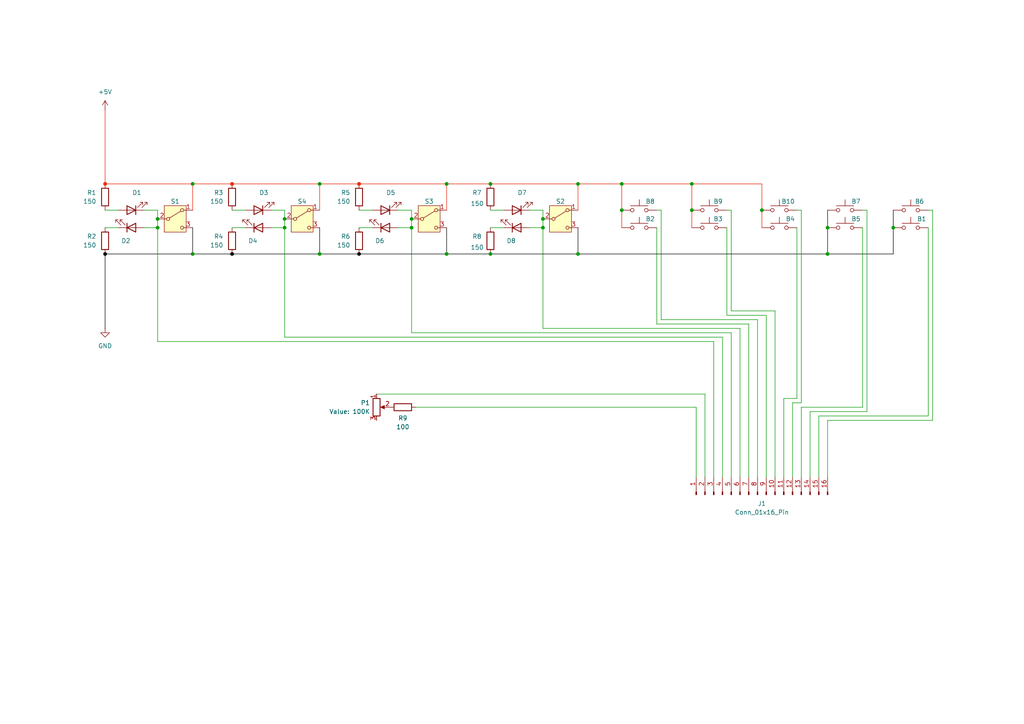
<source format=kicad_sch>
(kicad_sch (version 20250114) (generator "eeschema") (generator_version "9.0")
  (paper "A4")
  (lib_symbols
    (symbol "Connector:Conn_01x16_Pin" (pin_names (offset 1.016) (hide yes))
      (property "Reference" "J" (at 0 20.32 0))
      (property "Value" "Conn_01x16_Pin" (at 0 -22.86 0))
      (symbol "Conn_01x16_Pin_1_1"
        (rectangle (start 0.8636 17.907) (end 0 17.653) (stroke (width 0.1524)) (fill (type outline)))
        (rectangle (start 0.8636 15.367) (end 0 15.113) (stroke (width 0.1524)) (fill (type outline)))
        (rectangle (start 0.8636 12.827) (end 0 12.573) (stroke (width 0.1524)) (fill (type outline)))
        (rectangle (start 0.8636 10.287) (end 0 10.033) (stroke (width 0.1524)) (fill (type outline)))
        (rectangle (start 0.8636 7.747) (end 0 7.493) (stroke (width 0.1524)) (fill (type outline)))
        (rectangle (start 0.8636 5.207) (end 0 4.953) (stroke (width 0.1524)) (fill (type outline)))
        (rectangle (start 0.8636 2.667) (end 0 2.413) (stroke (width 0.1524)) (fill (type outline)))
        (rectangle (start 0.8636 0.127) (end 0 -0.127) (stroke (width 0.1524)) (fill (type outline)))
        (rectangle (start 0.8636 -2.413) (end 0 -2.667) (stroke (width 0.1524)) (fill (type outline)))
        (rectangle (start 0.8636 -4.953) (end 0 -5.207) (stroke (width 0.1524)) (fill (type outline)))
        (rectangle (start 0.8636 -7.493) (end 0 -7.747) (stroke (width 0.1524)) (fill (type outline)))
        (rectangle (start 0.8636 -10.033) (end 0 -10.287) (stroke (width 0.1524)) (fill (type outline)))
        (rectangle (start 0.8636 -12.573) (end 0 -12.827) (stroke (width 0.1524)) (fill (type outline)))
        (rectangle (start 0.8636 -15.113) (end 0 -15.367) (stroke (width 0.1524)) (fill (type outline)))
        (rectangle (start 0.8636 -17.653) (end 0 -17.907) (stroke (width 0.1524)) (fill (type outline)))
        (rectangle (start 0.8636 -20.193) (end 0 -20.447) (stroke (width 0.1524)) (fill (type outline)))
        (polyline (pts (xy 1.27 17.78) (xy 0.8636 17.78)) (stroke (width 0.1524)))
        (polyline (pts (xy 1.27 15.24) (xy 0.8636 15.24)) (stroke (width 0.1524)))
        (polyline (pts (xy 1.27 12.7) (xy 0.8636 12.7)) (stroke (width 0.1524)))
        (polyline (pts (xy 1.27 10.16) (xy 0.8636 10.16)) (stroke (width 0.1524)))
        (polyline (pts (xy 1.27 7.62) (xy 0.8636 7.62)) (stroke (width 0.1524)))
        (polyline (pts (xy 1.27 5.08) (xy 0.8636 5.08)) (stroke (width 0.1524)))
        (polyline (pts (xy 1.27 2.54) (xy 0.8636 2.54)) (stroke (width 0.1524)))
        (polyline (pts (xy 1.27 0) (xy 0.8636 0)) (stroke (width 0.1524)))
        (polyline (pts (xy 1.27 -2.54) (xy 0.8636 -2.54)) (stroke (width 0.1524)))
        (polyline (pts (xy 1.27 -5.08) (xy 0.8636 -5.08)) (stroke (width 0.1524)))
        (polyline (pts (xy 1.27 -7.62) (xy 0.8636 -7.62)) (stroke (width 0.1524)))
        (polyline (pts (xy 1.27 -10.16) (xy 0.8636 -10.16)) (stroke (width 0.1524)))
        (polyline (pts (xy 1.27 -12.7) (xy 0.8636 -12.7)) (stroke (width 0.1524)))
        (polyline (pts (xy 1.27 -15.24) (xy 0.8636 -15.24)) (stroke (width 0.1524)))
        (polyline (pts (xy 1.27 -17.78) (xy 0.8636 -17.78)) (stroke (width 0.1524)))
        (polyline (pts (xy 1.27 -20.32) (xy 0.8636 -20.32)) (stroke (width 0.1524)))
        (pin passive line (at 5.08 17.78 180) (length 3.81) (name "Pin_1") (number "1"))
        (pin passive line (at 5.08 15.24 180) (length 3.81) (name "Pin_2") (number "2"))
        (pin passive line (at 5.08 12.7 180) (length 3.81) (name "Pin_3") (number "3"))
        (pin passive line (at 5.08 10.16 180) (length 3.81) (name "Pin_4") (number "4"))
        (pin passive line (at 5.08 7.62 180) (length 3.81) (name "Pin_5") (number "5"))
        (pin passive line (at 5.08 5.08 180) (length 3.81) (name "Pin_6") (number "6"))
        (pin passive line (at 5.08 2.54 180) (length 3.81) (name "Pin_7") (number "7"))
        (pin passive line (at 5.08 0 180) (length 3.81) (name "Pin_8") (number "8"))
        (pin passive line (at 5.08 -2.54 180) (length 3.81) (name "Pin_9") (number "9"))
        (pin passive line (at 5.08 -5.08 180) (length 3.81) (name "Pin_10") (number "10"))
        (pin passive line (at 5.08 -7.62 180) (length 3.81) (name "Pin_11") (number "11"))
        (pin passive line (at 5.08 -10.16 180) (length 3.81) (name "Pin_12") (number "12"))
        (pin passive line (at 5.08 -12.7 180) (length 3.81) (name "Pin_13") (number "13"))
        (pin passive line (at 5.08 -15.24 180) (length 3.81) (name "Pin_14") (number "14"))
        (pin passive line (at 5.08 -17.78 180) (length 3.81) (name "Pin_15") (number "15"))
        (pin passive line (at 5.08 -20.32 180) (length 3.81) (name "Pin_16") (number "16"))
      )
    )
    (symbol "Device:LED" (pin_numbers (hide yes)) (pin_names (offset 1.016) (hide yes))
      (property "Reference" "D" (at 0 2.54 0))
      (property "Value" "LED" (at 0 -2.54 0))
      (symbol "LED_0_1"
        (polyline (pts (xy -3.048 -0.762) (xy -4.572 -2.286) (xy -3.81 -2.286) (xy -4.572 -2.286) (xy -4.572 -1.524)))
        (polyline (pts (xy -1.778 -0.762) (xy -3.302 -2.286) (xy -2.54 -2.286) (xy -3.302 -2.286) (xy -3.302 -1.524)))
        (polyline (pts (xy -1.27 0) (xy 1.27 0)))
        (polyline (pts (xy -1.27 -1.27) (xy -1.27 1.27)) (stroke (width 0.254)))
        (polyline (pts (xy 1.27 -1.27) (xy 1.27 1.27) (xy -1.27 0) (xy 1.27 -1.27)) (stroke (width 0.254)))
      )
      (symbol "LED_1_1"
        (pin passive line (at -3.81 0 0) (length 2.54) (name "K") (number "1"))
        (pin passive line (at 3.81 0 180) (length 2.54) (name "A") (number "2"))
      )
    )
    (symbol "Device:R" (pin_numbers (hide yes)) (pin_names (offset 0))
      (property "Reference" "R" (at 2.032 0 90))
      (property "Value" "R" (at 0 0 90))
      (symbol "R_0_1"
        (rectangle (start -1.016 -2.54) (end 1.016 2.54) (stroke (width 0.254)))
      )
      (symbol "R_1_1"
        (pin passive line (at 0 3.81 270) (length 1.27) (name "~") (number "1"))
        (pin passive line (at 0 -3.81 90) (length 1.27) (name "~") (number "2"))
      )
    )
    (symbol "Device:R_Potentiometer" (pin_names (offset 1.016) (hide yes))
      (property "Reference" "RV" (at -4.445 0 90))
      (property "Value" "R_Potentiometer" (at -2.54 0 90))
      (symbol "R_Potentiometer_0_1"
        (rectangle (start 1.016 2.54) (end -1.016 -2.54) (stroke (width 0.254)))
        (polyline (pts (xy 1.143 0) (xy 2.286 0.508) (xy 2.286 -0.508) (xy 1.143 0)) (fill (type outline)))
        (polyline (pts (xy 2.54 0) (xy 1.524 0)))
      )
      (symbol "R_Potentiometer_1_1"
        (pin passive line (at 0 3.81 270) (length 1.27) (name "1") (number "1"))
        (pin passive line (at 0 -3.81 90) (length 1.27) (name "3") (number "3"))
        (pin passive line (at 3.81 0 180) (length 1.27) (name "2") (number "2"))
      )
    )
    (symbol "Switch:SW_Push" (pin_numbers (hide yes)) (pin_names (offset 1.016) (hide yes))
      (property "Reference" "SW" (at 1.27 2.54 0))
      (property "Value" "SW_Push" (at 0 -1.524 0))
      (symbol "SW_Push_0_1"
        (circle (center -2.032 0) (radius 0.508))
        (polyline (pts (xy 0 1.27) (xy 0 3.048)))
        (circle (center 2.032 0) (radius 0.508))
        (polyline (pts (xy 2.54 1.27) (xy -2.54 1.27)))
        (pin passive line (at -5.08 0 0) (length 2.54) (name "1") (number "1"))
        (pin passive line (at 5.08 0 180) (length 2.54) (name "2") (number "2"))
      )
    )
    (symbol "Switch:SW_SPDT" (pin_names (offset 0) (hide yes))
      (property "Reference" "SW" (at 0 5.08 0))
      (property "Value" "SW_SPDT" (at 0 -5.08 0))
      (symbol "SW_SPDT_0_1"
        (circle (center -2.032 0) (radius 0.4572))
        (polyline (pts (xy -1.651 0.254) (xy 1.651 2.286)))
        (circle (center 2.032 2.54) (radius 0.4572))
        (circle (center 2.032 -2.54) (radius 0.4572))
      )
      (symbol "SW_SPDT_1_1"
        (rectangle (start -3.175 3.81) (end 3.175 -3.81) (fill (type background)))
        (pin passive line (at -5.08 0 0) (length 2.54) (name "B") (number "2"))
        (pin passive line (at 5.08 2.54 180) (length 2.54) (name "A") (number "1"))
        (pin passive line (at 5.08 -2.54 180) (length 2.54) (name "C") (number "3"))
      )
    )
    (symbol "power:+5V" (power) (pin_numbers (hide yes)) (pin_names (offset 0) (hide yes))
      (property "Value" "+5V" (at 0 3.556 0))
      (symbol "+5V_0_1"
        (polyline (pts (xy -0.762 1.27) (xy 0 2.54)))
        (polyline (pts (xy 0 2.54) (xy 0.762 1.27)))
        (polyline (pts (xy 0 0) (xy 0 2.54)))
      )
      (symbol "+5V_1_1"
        (pin power_in line (at 0 0 90) (length 0) (name "~") (number "1"))
      )
    )
    (symbol "power:GND" (power) (pin_numbers (hide yes)) (pin_names (offset 0) (hide yes))
      (property "Value" "GND" (at 0 -3.81 0))
      (symbol "GND_0_1"
        (polyline (pts (xy 0 0) (xy 0 -1.27) (xy 1.27 -1.27) (xy 0 -2.54) (xy -1.27 -1.27) (xy 0 -1.27)))
      )
      (symbol "GND_1_1"
        (pin power_in line (at 0 0 270) (length 0) (name "~") (number "1"))
      )
    )
  )
  (junction (at 119.38 63.5))
  (junction (at 167.64 73.66))
  (junction (at 220.98 60.96))
  (junction (at 92.71 73.66))
  (junction (at 259.08 66.04))
  (junction (at 30.48 73.66) (color 0 0 0 1))
  (junction (at 157.48 66.04))
  (junction (at 67.31 73.66) (color 0 0 0 1))
  (junction (at 200.66 60.96))
  (junction (at 142.24 73.66))
  (junction (at 45.72 66.04))
  (junction (at 104.14 73.66) (color 0 0 0 1))
  (junction (at 119.38 66.04))
  (junction (at 55.88 73.66))
  (junction (at 180.34 53.34))
  (junction (at 30.48 53.34) (color 231 30 0 1))
  (junction (at 104.14 53.34) (color 231 30 0 1))
  (junction (at 167.64 53.34))
  (junction (at 82.55 66.04))
  (junction (at 142.24 53.34))
  (junction (at 240.03 73.66))
  (junction (at 200.66 53.34))
  (junction (at 55.88 53.34))
  (junction (at 45.72 63.5))
  (junction (at 240.03 66.04))
  (junction (at 67.31 53.34) (color 231 30 0 1))
  (junction (at 129.54 73.66))
  (junction (at 157.48 63.5))
  (junction (at 92.71 53.34))
  (junction (at 82.55 63.5))
  (junction (at 180.34 60.96))
  (junction (at 129.54 53.34))
  (wire (pts (xy 210.82 91.44) (xy 222.25 91.44)))
  (wire (pts (xy 129.54 53.34) (xy 142.24 53.34)) (stroke (width 0) (color 231 30 0 1)))
  (wire (pts (xy 231.14 115.57) (xy 227.33 115.57)))
  (wire (pts (xy 41.91 66.04) (xy 45.72 66.04)))
  (wire (pts (xy 240.03 121.92) (xy 240.03 138.43)))
  (wire (pts (xy 190.5 93.98) (xy 217.17 93.98)))
  (wire (pts (xy 167.64 53.34) (xy 180.34 53.34)) (stroke (width 0) (color 231 30 0 1)))
  (wire (pts (xy 30.48 31.75) (xy 30.48 53.34)) (stroke (width 0) (color 231 30 0 1)))
  (wire (pts (xy 210.82 60.96) (xy 212.09 60.96)))
  (wire (pts (xy 142.24 73.66) (xy 167.64 73.66)) (stroke (width 0) (color 0 0 0 1)))
  (wire (pts (xy 119.38 96.52) (xy 212.09 96.52)))
  (wire (pts (xy 200.66 53.34) (xy 220.98 53.34)) (stroke (width 0) (color 231 30 0 1)))
  (wire (pts (xy 142.24 66.04) (xy 146.05 66.04)))
  (wire (pts (xy 180.34 53.34) (xy 200.66 53.34)) (stroke (width 0) (color 231 30 0 1)))
  (wire (pts (xy 142.24 53.34) (xy 167.64 53.34)) (stroke (width 0) (color 231 30 0 1)))
  (wire (pts (xy 207.01 99.06) (xy 207.01 138.43)))
  (wire (pts (xy 120.65 118.11) (xy 201.93 118.11)))
  (wire (pts (xy 92.71 73.66) (xy 104.14 73.66)) (stroke (width 0) (color 0 0 0 1)))
  (wire (pts (xy 232.41 118.11) (xy 232.41 138.43)))
  (wire (pts (xy 157.48 60.96) (xy 157.48 63.5)))
  (wire (pts (xy 180.34 60.96) (xy 180.34 66.04)) (stroke (width 0) (color 231 30 0 1)))
  (wire (pts (xy 269.24 66.04) (xy 269.24 120.65)))
  (wire (pts (xy 212.09 96.52) (xy 212.09 138.43)))
  (wire (pts (xy 231.14 60.96) (xy 232.41 60.96)))
  (wire (pts (xy 167.64 53.34) (xy 167.64 60.96)) (stroke (width 0) (color 231 30 0 1)))
  (wire (pts (xy 129.54 66.04) (xy 129.54 73.66)) (stroke (width 0) (color 0 0 0 1)))
  (wire (pts (xy 251.46 119.38) (xy 234.95 119.38)))
  (wire (pts (xy 153.67 60.96) (xy 157.48 60.96)))
  (wire (pts (xy 115.57 60.96) (xy 119.38 60.96)))
  (wire (pts (xy 45.72 60.96) (xy 45.72 63.5)))
  (wire (pts (xy 240.03 60.96) (xy 240.03 66.04)) (stroke (width 0) (color 0 0 0 1)))
  (wire (pts (xy 269.24 120.65) (xy 237.49 120.65)))
  (wire (pts (xy 167.64 73.66) (xy 240.03 73.66)) (stroke (width 0) (color 0 0 0 1)))
  (wire (pts (xy 45.72 63.5) (xy 45.72 66.04)))
  (wire (pts (xy 237.49 120.65) (xy 237.49 138.43)))
  (wire (pts (xy 231.14 66.04) (xy 231.14 115.57)))
  (wire (pts (xy 214.63 95.25) (xy 214.63 138.43)))
  (wire (pts (xy 157.48 63.5) (xy 157.48 66.04)))
  (wire (pts (xy 204.47 114.3) (xy 204.47 138.43)))
  (wire (pts (xy 67.31 53.34) (xy 92.71 53.34)) (stroke (width 0) (color 231 30 0 1)))
  (wire (pts (xy 251.46 60.96) (xy 251.46 119.38)))
  (wire (pts (xy 232.41 116.84) (xy 229.87 116.84)))
  (wire (pts (xy 82.55 63.5) (xy 82.55 66.04)))
  (wire (pts (xy 78.74 60.96) (xy 82.55 60.96)))
  (wire (pts (xy 210.82 66.04) (xy 210.82 91.44)))
  (wire (pts (xy 142.24 60.96) (xy 146.05 60.96)))
  (wire (pts (xy 240.03 66.04) (xy 240.03 73.66)) (stroke (width 0) (color 0 0 0 1)))
  (wire (pts (xy 219.71 92.71) (xy 219.71 138.43)))
  (wire (pts (xy 157.48 66.04) (xy 157.48 95.25)))
  (wire (pts (xy 92.71 66.04) (xy 92.71 73.66)) (stroke (width 0) (color 0 0 0 1)))
  (wire (pts (xy 92.71 53.34) (xy 92.71 60.96)) (stroke (width 0) (color 231 30 0 1)))
  (wire (pts (xy 45.72 66.04) (xy 45.72 99.06)))
  (wire (pts (xy 201.93 118.11) (xy 201.93 138.43)))
  (wire (pts (xy 82.55 60.96) (xy 82.55 63.5)))
  (wire (pts (xy 55.88 66.04) (xy 55.88 73.66)) (stroke (width 0) (color 0 0 0 1)))
  (wire (pts (xy 200.66 53.34) (xy 200.66 60.96)) (stroke (width 0) (color 231 30 0 1)))
  (wire (pts (xy 250.19 118.11) (xy 232.41 118.11)))
  (wire (pts (xy 30.48 73.66) (xy 30.48 95.25)) (stroke (width 0) (color 0 0 0 1)))
  (wire (pts (xy 217.17 93.98) (xy 217.17 138.43)))
  (wire (pts (xy 78.74 66.04) (xy 82.55 66.04)))
  (wire (pts (xy 30.48 66.04) (xy 34.29 66.04)))
  (wire (pts (xy 115.57 66.04) (xy 119.38 66.04)))
  (wire (pts (xy 157.48 95.25) (xy 214.63 95.25)))
  (wire (pts (xy 167.64 73.66) (xy 167.64 66.04)) (stroke (width 0) (color 0 0 0 1)))
  (wire (pts (xy 30.48 73.66) (xy 55.88 73.66)) (stroke (width 0) (color 0 0 0 1)))
  (wire (pts (xy 200.66 60.96) (xy 200.66 66.04)) (stroke (width 0) (color 231 30 0 1)))
  (wire (pts (xy 119.38 63.5) (xy 119.38 66.04)))
  (wire (pts (xy 232.41 60.96) (xy 232.41 116.84)))
  (wire (pts (xy 82.55 97.79) (xy 209.55 97.79)))
  (wire (pts (xy 92.71 53.34) (xy 104.14 53.34)) (stroke (width 0) (color 231 30 0 1)))
  (wire (pts (xy 250.19 60.96) (xy 251.46 60.96)))
  (wire (pts (xy 190.5 60.96) (xy 191.77 60.96)))
  (wire (pts (xy 212.09 90.17) (xy 224.79 90.17)))
  (wire (pts (xy 129.54 53.34) (xy 129.54 60.96)) (stroke (width 0) (color 231 30 0 1)))
  (wire (pts (xy 240.03 73.66) (xy 259.08 73.66)) (stroke (width 0) (color 0 0 0 1)))
  (wire (pts (xy 30.48 53.34) (xy 55.88 53.34)) (stroke (width 0) (color 231 30 0 1)))
  (wire (pts (xy 270.51 121.92) (xy 240.03 121.92)))
  (wire (pts (xy 55.88 73.66) (xy 67.31 73.66)) (stroke (width 0) (color 0 0 0 1)))
  (wire (pts (xy 191.77 60.96) (xy 191.77 92.71)))
  (wire (pts (xy 67.31 66.04) (xy 71.12 66.04)))
  (wire (pts (xy 180.34 53.34) (xy 180.34 60.96)) (stroke (width 0) (color 231 30 0 1)))
  (wire (pts (xy 119.38 66.04) (xy 119.38 96.52)))
  (wire (pts (xy 212.09 60.96) (xy 212.09 90.17)))
  (wire (pts (xy 45.72 99.06) (xy 207.01 99.06)))
  (wire (pts (xy 104.14 60.96) (xy 107.95 60.96)))
  (wire (pts (xy 222.25 91.44) (xy 222.25 138.43)))
  (wire (pts (xy 82.55 66.04) (xy 82.55 97.79)))
  (wire (pts (xy 30.48 60.96) (xy 34.29 60.96)))
  (wire (pts (xy 104.14 66.04) (xy 107.95 66.04)))
  (wire (pts (xy 191.77 92.71) (xy 219.71 92.71)))
  (wire (pts (xy 104.14 73.66) (xy 129.54 73.66)) (stroke (width 0) (color 0 0 0 1)))
  (wire (pts (xy 129.54 73.66) (xy 142.24 73.66)) (stroke (width 0) (color 0 0 0 1)))
  (wire (pts (xy 104.14 53.34) (xy 129.54 53.34)) (stroke (width 0) (color 231 30 0 1)))
  (wire (pts (xy 229.87 116.84) (xy 229.87 138.43)))
  (wire (pts (xy 270.51 60.96) (xy 270.51 121.92)))
  (wire (pts (xy 67.31 73.66) (xy 92.71 73.66)) (stroke (width 0) (color 0 0 0 1)))
  (wire (pts (xy 55.88 53.34) (xy 67.31 53.34)) (stroke (width 0) (color 231 30 0 1)))
  (wire (pts (xy 119.38 60.96) (xy 119.38 63.5)))
  (wire (pts (xy 109.22 114.3) (xy 204.47 114.3)))
  (wire (pts (xy 250.19 66.04) (xy 250.19 118.11)))
  (wire (pts (xy 220.98 53.34) (xy 220.98 60.96)) (stroke (width 0) (color 231 30 0 1)))
  (wire (pts (xy 259.08 66.04) (xy 259.08 73.66)) (stroke (width 0) (color 0 0 0 1)))
  (wire (pts (xy 269.24 60.96) (xy 270.51 60.96)))
  (wire (pts (xy 220.98 60.96) (xy 220.98 66.04)) (stroke (width 0) (color 231 30 0 1)))
  (wire (pts (xy 41.91 60.96) (xy 45.72 60.96)))
  (wire (pts (xy 209.55 97.79) (xy 209.55 138.43)))
  (wire (pts (xy 190.5 66.04) (xy 190.5 93.98)))
  (wire (pts (xy 55.88 53.34) (xy 55.88 60.96)) (stroke (width 0) (color 231 30 0 1)))
  (wire (pts (xy 259.08 60.96) (xy 259.08 66.04)) (stroke (width 0) (color 0 0 0 1)))
  (wire (pts (xy 67.31 60.96) (xy 71.12 60.96)))
  (wire (pts (xy 224.79 90.17) (xy 224.79 138.43)))
  (wire (pts (xy 153.67 66.04) (xy 157.48 66.04)))
  (wire (pts (xy 227.33 115.57) (xy 227.33 138.43)))
  (wire (pts (xy 234.95 119.38) (xy 234.95 138.43)))
  (symbol (lib_id "power:+5V") (at 30.48 31.75 0) (unit 1)
    (property "Reference" "#PWR04" (effects (hide yes)))
    (property "Value" "+5V" (at 30.48 26.67 0))
    (property "Description" "Power symbol creates a global label with name \"+5V\"" (effects (hide yes)))
  )
  (symbol (lib_id "Device:R") (at 142.24 57.15 0) (unit 1)
    (property "Reference" "R7" (at 139.7 55.8799 0) (effects (justify right)))
    (property "Value" "150" (at 140.335 59.055 0) (effects (justify right)))
    (property "Footprint" "Resistor_THT:R_Axial_DIN0207_L6.3mm_D2.5mm_P10.16mm_Horizontal" (effects (hide yes)))
    (property "Description" "Resistor" (effects (hide yes)))
  )
  (symbol (lib_id "Device:LED") (at 38.1 60.96 180) (unit 1)
    (property "Reference" "D1" (at 39.6875 55.88 0))
    (property "Value" "LED" (effects (hide yes)))
    (property "Footprint" "LED_THT:LED_D3.0mm" (effects (hide yes)))
    (property "Description" "Light emitting diode" (effects (hide yes)))
    (property "Sim.Pins" "1=K 2=A" (effects (hide yes)))
  )
  (symbol (lib_id "Switch:SW_Push") (at 226.06 66.04 0) (unit 1)
    (property "Reference" "B4" (at 229.235 63.5 0))
    (property "Value" "SW_Push" (effects (hide yes)))
    (property "Footprint" "Button_Switch_Keyboard:SW_Cherry_MX_1.00u_Plate" (effects (hide yes)))
    (property "Description" "Push button switch, generic, two pins" (effects (hide yes)))
  )
  (symbol (lib_id "Switch:SW_Push") (at 185.42 60.96 0) (unit 1)
    (property "Reference" "B8" (at 188.595 58.42 0))
    (property "Value" "SW_Push" (effects (hide yes)))
    (property "Footprint" "Button_Switch_Keyboard:SW_Cherry_MX_1.00u_Plate" (effects (hide yes)))
    (property "Description" "Push button switch, generic, two pins" (effects (hide yes)))
  )
  (symbol (lib_id "Device:R") (at 67.31 57.15 0) (unit 1)
    (property "Reference" "R3" (at 64.77 55.8799 0) (effects (justify right)))
    (property "Value" "150" (at 64.77 58.4199 0) (effects (justify right)))
    (property "Footprint" "Resistor_THT:R_Axial_DIN0207_L6.3mm_D2.5mm_P10.16mm_Horizontal" (effects (hide yes)))
    (property "Description" "Resistor" (effects (hide yes)))
  )
  (symbol (lib_id "Switch:SW_SPDT") (at 162.56 63.5 0) (unit 1)
    (property "Reference" "S2" (at 162.56 58.42 0))
    (property "Value" "SW_SPDT" (effects (hide yes)))
    (property "Footprint" "8-bit computerLibrary:hole for bistable switch" (effects (hide yes)))
    (property "Description" "Switch, single pole double throw" (effects (hide yes)))
  )
  (symbol (lib_id "Device:R") (at 30.48 69.85 0) (unit 1)
    (property "Reference" "R2" (at 27.94 68.5799 0) (effects (justify right)))
    (property "Value" "150" (at 27.94 71.1199 0) (effects (justify right)))
    (property "Footprint" "Resistor_THT:R_Axial_DIN0207_L6.3mm_D2.5mm_P10.16mm_Horizontal" (effects (hide yes)))
    (property "Description" "Resistor" (effects (hide yes)))
  )
  (symbol (lib_id "Device:LED") (at 38.1 66.04 0) (mirror x) (unit 1)
    (property "Reference" "D2" (at 36.5125 69.85 0))
    (property "Value" "LED" (effects (hide yes)))
    (property "Footprint" "LED_THT:LED_D3.0mm" (effects (hide yes)))
    (property "Description" "Light emitting diode" (effects (hide yes)))
    (property "Sim.Pins" "1=K 2=A" (effects (hide yes)))
  )
  (symbol (lib_id "Switch:SW_Push") (at 264.16 66.04 0) (unit 1)
    (property "Reference" "B1" (at 267.335 63.5 0))
    (property "Value" "SW_Push" (effects (hide yes)))
    (property "Footprint" "Button_Switch_Keyboard:SW_Cherry_MX_1.00u_Plate" (effects (hide yes)))
    (property "Description" "Push button switch, generic, two pins" (effects (hide yes)))
  )
  (symbol (lib_id "Device:LED") (at 74.93 66.04 0) (mirror x) (unit 1)
    (property "Reference" "D4" (at 73.3425 69.85 0))
    (property "Value" "LED" (effects (hide yes)))
    (property "Footprint" "LED_THT:LED_D3.0mm" (effects (hide yes)))
    (property "Description" "Light emitting diode" (effects (hide yes)))
    (property "Sim.Pins" "1=K 2=A" (effects (hide yes)))
  )
  (symbol (lib_id "Switch:SW_Push") (at 205.74 66.04 0) (unit 1)
    (property "Reference" "B3" (at 208.28 63.5 0))
    (property "Value" "SW_Push" (effects (hide yes)))
    (property "Footprint" "Button_Switch_Keyboard:SW_Cherry_MX_1.00u_Plate" (effects (hide yes)))
    (property "Description" "Push button switch, generic, two pins" (effects (hide yes)))
  )
  (symbol (lib_id "Device:R") (at 104.14 57.15 0) (unit 1)
    (property "Reference" "R5" (at 101.6 55.8799 0) (effects (justify right)))
    (property "Value" "150" (at 101.6 58.4199 0) (effects (justify right)))
    (property "Footprint" "Resistor_THT:R_Axial_DIN0207_L6.3mm_D2.5mm_P10.16mm_Horizontal" (effects (hide yes)))
    (property "Description" "Resistor" (effects (hide yes)))
  )
  (symbol (lib_id "Device:R") (at 142.24 69.85 0) (unit 1)
    (property "Reference" "R8" (at 139.7 68.5799 0) (effects (justify right)))
    (property "Value" "150" (at 140.335 71.755 0) (effects (justify right)))
    (property "Footprint" "Resistor_THT:R_Axial_DIN0207_L6.3mm_D2.5mm_P10.16mm_Horizontal" (effects (hide yes)))
    (property "Description" "Resistor" (effects (hide yes)))
  )
  (symbol (lib_id "Device:LED") (at 149.86 66.04 0) (mirror x) (unit 1)
    (property "Reference" "D8" (at 148.2725 69.85 0))
    (property "Value" "LED" (effects (hide yes)))
    (property "Footprint" "LED_THT:LED_D3.0mm" (effects (hide yes)))
    (property "Description" "Light emitting diode" (effects (hide yes)))
    (property "Sim.Pins" "1=K 2=A" (effects (hide yes)))
  )
  (symbol (lib_id "Device:LED") (at 111.76 60.96 180) (unit 1)
    (property "Reference" "D5" (at 113.3475 55.88 0))
    (property "Value" "LED" (effects (hide yes)))
    (property "Footprint" "LED_THT:LED_D3.0mm" (effects (hide yes)))
    (property "Description" "Light emitting diode" (effects (hide yes)))
    (property "Sim.Pins" "1=K 2=A" (effects (hide yes)))
  )
  (symbol (lib_id "Switch:SW_SPDT") (at 87.63 63.5 0) (unit 1)
    (property "Reference" "S4" (at 87.63 58.42 0))
    (property "Value" "SW_SPDT" (effects (hide yes)))
    (property "Footprint" "8-bit computerLibrary:hole for bistable switch" (effects (hide yes)))
    (property "Description" "Switch, single pole double throw" (effects (hide yes)))
  )
  (symbol (lib_id "Switch:SW_Push") (at 245.11 66.04 0) (unit 1)
    (property "Reference" "B5" (at 248.285 63.5 0))
    (property "Value" "SW_Push" (effects (hide yes)))
    (property "Footprint" "Button_Switch_Keyboard:SW_Cherry_MX_1.00u_Plate" (effects (hide yes)))
    (property "Description" "Push button switch, generic, two pins" (effects (hide yes)))
  )
  (symbol (lib_id "Switch:SW_Push") (at 264.16 60.96 0) (unit 1)
    (property "Reference" "B6" (at 266.7 58.42 0))
    (property "Value" "SW_Push" (effects (hide yes)))
    (property "Footprint" "Button_Switch_Keyboard:SW_Cherry_MX_1.00u_Plate" (effects (hide yes)))
    (property "Description" "Push button switch, generic, two pins" (effects (hide yes)))
  )
  (symbol (lib_id "Switch:SW_SPDT") (at 50.8 63.5 0) (unit 1)
    (property "Reference" "S1" (at 50.8 58.42 0))
    (property "Value" "SW_SPDT" (effects (hide yes)))
    (property "Footprint" "8-bit computerLibrary:hole for bistable switch" (effects (hide yes)))
    (property "Description" "Switch, single pole double throw" (effects (hide yes)))
  )
  (symbol (lib_id "Device:LED") (at 111.76 66.04 0) (mirror x) (unit 1)
    (property "Reference" "D6" (at 110.1725 69.85 0))
    (property "Value" "LED" (effects (hide yes)))
    (property "Footprint" "LED_THT:LED_D3.0mm" (effects (hide yes)))
    (property "Description" "Light emitting diode" (effects (hide yes)))
    (property "Sim.Pins" "1=K 2=A" (effects (hide yes)))
  )
  (symbol (lib_id "Switch:SW_Push") (at 205.74 60.96 0) (unit 1)
    (property "Reference" "B9" (at 208.28 58.42 0))
    (property "Value" "SW_Push" (effects (hide yes)))
    (property "Footprint" "Button_Switch_Keyboard:SW_Cherry_MX_1.00u_Plate" (effects (hide yes)))
    (property "Description" "Push button switch, generic, two pins" (effects (hide yes)))
  )
  (symbol (lib_id "Device:R") (at 116.84 118.11 90) (unit 1)
    (property "Reference" "R9" (at 116.84 121.285 90))
    (property "Value" "100" (at 116.84 123.825 90))
    (property "Footprint" "Resistor_THT:R_Axial_DIN0207_L6.3mm_D2.5mm_P10.16mm_Horizontal" (effects (hide yes)))
    (property "Description" "Resistor" (effects (hide yes)))
  )
  (symbol (lib_id "Device:R") (at 30.48 57.15 0) (unit 1)
    (property "Reference" "R1" (at 27.94 55.8799 0) (effects (justify right)))
    (property "Value" "150" (at 27.94 58.4199 0) (effects (justify right)))
    (property "Footprint" "Resistor_THT:R_Axial_DIN0207_L6.3mm_D2.5mm_P10.16mm_Horizontal" (effects (hide yes)))
    (property "Description" "Resistor" (effects (hide yes)))
  )
  (symbol (lib_id "Device:R_Potentiometer") (at 109.22 118.11 0) (unit 1)
    (property "Reference" "P1" (at 107.315 116.8399 0) (effects (justify right)))
    (property "Value" "100K" (at 107.315 119.3799 0) (show_name yes) (effects (justify right)))
    (property "Footprint" "8-bit computerLibrary:hole for potentiometer" (effects (hide yes)))
    (property "Description" "Potentiometer" (effects (hide yes)))
  )
  (symbol (lib_id "power:GND") (at 30.48 95.25 0) (unit 1)
    (property "Reference" "#PWR03" (effects (hide yes)))
    (property "Value" "GND" (at 30.48 100.33 0))
    (property "Description" "Power symbol creates a global label with name \"GND\" , ground" (effects (hide yes)))
  )
  (symbol (lib_id "Connector:Conn_01x16_Pin") (at 219.71 143.51 90) (unit 1)
    (property "Reference" "J1" (at 220.98 146.05 90))
    (property "Value" "Conn_01x16_Pin" (at 220.98 148.59 90))
    (property "Footprint" "Connector_IDC:IDC-Header_2x08_P2.54mm_Horizontal" (effects (hide yes)))
    (property "Description" "Generic connector, single row, 01x16, script generated" (effects (hide yes)))
  )
  (symbol (lib_id "Switch:SW_Push") (at 185.42 66.04 0) (unit 1)
    (property "Reference" "B2" (at 188.595 63.5 0))
    (property "Value" "SW_Push" (effects (hide yes)))
    (property "Footprint" "Button_Switch_Keyboard:SW_Cherry_MX_1.00u_Plate" (effects (hide yes)))
    (property "Description" "Push button switch, generic, two pins" (effects (hide yes)))
  )
  (symbol (lib_id "Switch:SW_Push") (at 226.06 60.96 0) (unit 1)
    (property "Reference" "B10" (at 228.6 58.42 0))
    (property "Value" "SW_Push" (effects (hide yes)))
    (property "Footprint" "Button_Switch_Keyboard:SW_Cherry_MX_1.00u_Plate" (effects (hide yes)))
    (property "Description" "Push button switch, generic, two pins" (effects (hide yes)))
  )
  (symbol (lib_id "Device:R") (at 104.14 69.85 0) (unit 1)
    (property "Reference" "R6" (at 101.6 68.5799 0) (effects (justify right)))
    (property "Value" "150" (at 101.6 71.1199 0) (effects (justify right)))
    (property "Footprint" "Resistor_THT:R_Axial_DIN0207_L6.3mm_D2.5mm_P10.16mm_Horizontal" (effects (hide yes)))
    (property "Description" "Resistor" (effects (hide yes)))
  )
  (symbol (lib_id "Switch:SW_SPDT") (at 124.46 63.5 0) (unit 1)
    (property "Reference" "S3" (at 124.46 58.42 0))
    (property "Value" "SW_SPDT" (effects (hide yes)))
    (property "Footprint" "8-bit computerLibrary:hole for bistable switch" (effects (hide yes)))
    (property "Description" "Switch, single pole double throw" (effects (hide yes)))
  )
  (symbol (lib_id "Device:R") (at 67.31 69.85 0) (unit 1)
    (property "Reference" "R4" (at 64.77 68.5799 0) (effects (justify right)))
    (property "Value" "150" (at 64.77 71.1199 0) (effects (justify right)))
    (property "Footprint" "Resistor_THT:R_Axial_DIN0207_L6.3mm_D2.5mm_P10.16mm_Horizontal" (effects (hide yes)))
    (property "Description" "Resistor" (effects (hide yes)))
  )
  (symbol (lib_id "Device:LED") (at 74.93 60.96 180) (unit 1)
    (property "Reference" "D3" (at 76.5175 55.88 0))
    (property "Value" "LED" (effects (hide yes)))
    (property "Footprint" "LED_THT:LED_D3.0mm" (effects (hide yes)))
    (property "Description" "Light emitting diode" (effects (hide yes)))
    (property "Sim.Pins" "1=K 2=A" (effects (hide yes)))
  )
  (symbol (lib_id "Device:LED") (at 149.86 60.96 180) (unit 1)
    (property "Reference" "D7" (at 151.4475 55.88 0))
    (property "Value" "LED" (effects (hide yes)))
    (property "Footprint" "LED_THT:LED_D3.0mm" (effects (hide yes)))
    (property "Description" "Light emitting diode" (effects (hide yes)))
    (property "Sim.Pins" "1=K 2=A" (effects (hide yes)))
  )
  (symbol (lib_id "Switch:SW_Push") (at 245.11 60.96 0) (unit 1)
    (property "Reference" "B7" (at 248.285 58.42 0))
    (property "Value" "SW_Push" (effects (hide yes)))
    (property "Footprint" "Button_Switch_Keyboard:SW_Cherry_MX_1.00u_Plate" (effects (hide yes)))
    (property "Description" "Push button switch, generic, two pins" (effects (hide yes)))
  )
)
</source>
